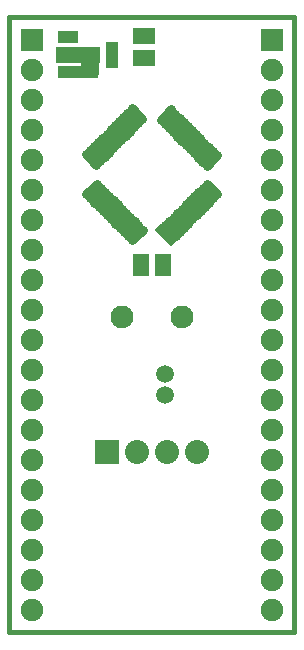
<source format=gts>
%FSLAX23Y23*%
%MOIN*%
%SFA1B1*%

%IPPOS*%
%ADD11C,0.015000*%
%ADD24R,0.075000X0.075000*%
%ADD25C,0.075000*%
%ADD26R,0.080000X0.080000*%
%ADD27C,0.080000*%
%ADD28C,0.076000*%
%ADD29C,0.059400*%
%ADD30R,0.055000X0.075000*%
%ADD31R,0.075000X0.055000*%
%ADD40C,0.029800*%
%ADD41R,0.067200X0.040000*%
%ADD42R,0.138100X0.040000*%
%ADD44R,0.043600X0.090900*%
%ADD45R,0.063300X0.047600*%
%ADD46R,0.147700X0.057200*%
%LNarmplatform-1*%
%LPD*%
G54D11*
X639Y380D02*
Y2430D01*
X1589Y380D02*
X639D01*
X1589Y2430D02*
Y380D01*
X639Y2430D02*
X1589D01*
G54D24*
X1514Y2355D03*
G54D25*
X1514Y2255D03*
Y2155D03*
Y2055D03*
Y1955D03*
Y1855D03*
Y1755D03*
Y1655D03*
Y1555D03*
Y1455D03*
Y1355D03*
Y1255D03*
Y1155D03*
Y1055D03*
Y955D03*
Y855D03*
Y755D03*
Y655D03*
Y555D03*
Y455D03*
G54D24*
X714Y2355D03*
G54D25*
X714Y2255D03*
Y2155D03*
Y2055D03*
Y1955D03*
Y1855D03*
Y1755D03*
Y1655D03*
Y1555D03*
Y1455D03*
Y1355D03*
Y1255D03*
Y1155D03*
Y1055D03*
Y955D03*
Y855D03*
Y755D03*
Y655D03*
Y555D03*
Y455D03*
G54D26*
X964Y980D03*
G54D27*
X1064Y980D03*
X1164D03*
X1264D03*
G54D28*
X1014Y1430D03*
X1214D03*
G54D29*
X1158Y1241D03*
Y1170D03*
G54D31*
X1089Y2293D03*
Y2368D03*
G36*
X1179Y1666D02*
X1123Y1722D01*
X1144Y1743*
X1200Y1687*
X1179Y1666*
G37*
G54D40*
X1158Y1736D02*
X1193Y1701D01*
X1172Y1750D02*
X1207Y1715D01*
X1186Y1764D02*
X1221Y1729D01*
X1199Y1778D02*
X1235Y1742D01*
X1213Y1792D02*
X1249Y1756D01*
X1227Y1806D02*
X1263Y1770D01*
X1241Y1820D02*
X1277Y1784D01*
X1255Y1833D02*
X1290Y1798D01*
X1269Y1847D02*
X1304Y1812D01*
X1283Y1861D02*
X1318Y1826D01*
X1297Y1875D02*
X1332Y1840D01*
X1296Y1935D02*
X1331Y1970D01*
X1282Y1948D02*
X1317Y1984D01*
X1268Y1962D02*
X1303Y1998D01*
X1254Y1976D02*
X1289Y2012D01*
X1240Y1990D02*
X1275Y2026D01*
X1226Y2004D02*
X1262Y2040D01*
X1212Y2018D02*
X1248Y2053D01*
X1198Y2032D02*
X1234Y2067D01*
X1184Y2046D02*
X1220Y2081D01*
X1171Y2060D02*
X1206Y2095D01*
X1157Y2074D02*
X1192Y2109D01*
X1143Y2088D02*
X1178Y2123D01*
X1046Y2126D02*
X1082Y2090D01*
X1032Y2112D02*
X1068Y2077D01*
X1018Y2098D02*
X1054Y2063D01*
X1004Y2084D02*
X1040Y2049D01*
X991Y2070D02*
X1026Y2035D01*
X977Y2056D02*
X1012Y2021D01*
X963Y2042D02*
X998Y2007D01*
X949Y2028D02*
X984Y1993D01*
X935Y2015D02*
X970Y1979D01*
X921Y2001D02*
X956Y1965D01*
X907Y1987D02*
X942Y1951D01*
X893Y1973D02*
X929Y1937D01*
X895Y1840D02*
X930Y1875D01*
X909Y1826D02*
X944Y1861D01*
X937Y1798D02*
X972Y1833D01*
X922Y1812D02*
X958Y1847D01*
X951Y1784D02*
X986Y1820D01*
X964Y1770D02*
X1000Y1806D01*
X978Y1756D02*
X1014Y1792D01*
X992Y1742D02*
X1028Y1778D01*
X1006Y1729D02*
X1042Y1764D01*
X1020Y1715D02*
X1056Y1750D01*
X1034Y1701D02*
X1069Y1736D01*
X1048Y1687D02*
X1083Y1722D01*
G54D41*
X833Y2365D03*
G54D42*
X868Y2246D03*
G54D44*
X982Y2305D03*
G54D45*
X906Y2260D03*
Y2296D03*
G54D30*
X1076Y1605D03*
X1151D03*
G54D46*
X868Y2305D03*
M02*
</source>
